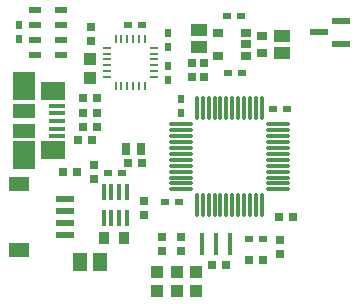
<source format=gtp>
%FSLAX25Y25*%
%MOIN*%
G70*
G01*
G75*
G04 Layer_Color=8421504*
%ADD10C,0.01000*%
%ADD11C,0.00800*%
%ADD12C,0.01200*%
%ADD13C,0.01500*%
%ADD14C,0.03000*%
%ADD15R,0.03150X0.02756*%
%ADD16R,0.02756X0.03150*%
%ADD17R,0.05118X0.05906*%
%ADD18R,0.03937X0.03937*%
%ADD19O,0.01181X0.08268*%
%ADD20O,0.08268X0.01181*%
%ADD21R,0.02362X0.03150*%
%ADD22R,0.05433X0.01772*%
%ADD23R,0.08268X0.05906*%
%ADD24R,0.07480X0.04626*%
%ADD25R,0.07480X0.09350*%
%ADD26R,0.03150X0.02362*%
%ADD27R,0.06102X0.02362*%
%ADD28R,0.07087X0.04724*%
%ADD29R,0.03543X0.03150*%
%ADD30R,0.05512X0.04331*%
%ADD31R,0.03543X0.02559*%
%ADD32R,0.05906X0.02362*%
%ADD33R,0.03543X0.03937*%
%ADD34R,0.01772X0.05512*%
%ADD35R,0.01772X0.05512*%
%ADD36R,0.01772X0.05512*%
%ADD37R,0.02800X0.01375*%
%ADD38R,0.01375X0.02800*%
%ADD39R,0.03150X0.04000*%
%ADD40R,0.01575X0.07677*%
%ADD41R,0.04331X0.02362*%
%ADD42C,0.02000*%
%ADD43C,0.07400*%
G04:AMPARAMS|DCode=44|XSize=74mil|YSize=74mil|CornerRadius=18.5mil|HoleSize=0mil|Usage=FLASHONLY|Rotation=90.000|XOffset=0mil|YOffset=0mil|HoleType=Round|Shape=RoundedRectangle|*
%AMROUNDEDRECTD44*
21,1,0.07400,0.03700,0,0,90.0*
21,1,0.03700,0.07400,0,0,90.0*
1,1,0.03700,0.01850,0.01850*
1,1,0.03700,0.01850,-0.01850*
1,1,0.03700,-0.01850,-0.01850*
1,1,0.03700,-0.01850,0.01850*
%
%ADD44ROUNDEDRECTD44*%
%ADD45C,0.11417*%
G04:AMPARAMS|DCode=46|XSize=74mil|YSize=74mil|CornerRadius=18.5mil|HoleSize=0mil|Usage=FLASHONLY|Rotation=0.000|XOffset=0mil|YOffset=0mil|HoleType=Round|Shape=RoundedRectangle|*
%AMROUNDEDRECTD46*
21,1,0.07400,0.03700,0,0,0.0*
21,1,0.03700,0.07400,0,0,0.0*
1,1,0.03700,0.01850,-0.01850*
1,1,0.03700,-0.01850,-0.01850*
1,1,0.03700,-0.01850,0.01850*
1,1,0.03700,0.01850,0.01850*
%
%ADD46ROUNDEDRECTD46*%
%ADD47C,0.02800*%
%ADD48C,0.03100*%
%ADD49R,0.02362X0.06102*%
%ADD50R,0.04724X0.07087*%
%ADD51C,0.00984*%
%ADD52C,0.02362*%
%ADD53C,0.00787*%
%ADD54C,0.00591*%
%ADD55C,0.00500*%
%ADD56C,0.00394*%
%ADD57R,0.02564X0.01139*%
%ADD58R,0.01139X0.02564*%
D15*
X95862Y67500D02*
D03*
X91138D02*
D03*
X19138Y82500D02*
D03*
X23862D02*
D03*
X73362Y51500D02*
D03*
X68638D02*
D03*
X85862Y53000D02*
D03*
X81138D02*
D03*
X40638Y85500D02*
D03*
X45362D02*
D03*
X30362Y107000D02*
D03*
X25638D02*
D03*
Y97500D02*
D03*
X30362D02*
D03*
X25638Y102000D02*
D03*
X30362D02*
D03*
X24138Y93000D02*
D03*
X28862D02*
D03*
D16*
X91500Y55138D02*
D03*
Y59862D02*
D03*
X29500Y80138D02*
D03*
Y84862D02*
D03*
X66000Y118862D02*
D03*
Y114138D02*
D03*
X62000Y118862D02*
D03*
Y114138D02*
D03*
X28500Y126138D02*
D03*
Y130862D02*
D03*
X46000Y72862D02*
D03*
Y68138D02*
D03*
X52000Y56138D02*
D03*
Y60862D02*
D03*
X58500Y56138D02*
D03*
Y60862D02*
D03*
D17*
X24654Y52500D02*
D03*
X31346D02*
D03*
D18*
X63500Y42850D02*
D03*
Y49150D02*
D03*
X28000Y120150D02*
D03*
Y113850D02*
D03*
X50500Y49150D02*
D03*
Y42850D02*
D03*
X57000Y49150D02*
D03*
Y42850D02*
D03*
D19*
X63673Y71358D02*
D03*
X65642D02*
D03*
X67610D02*
D03*
X69579D02*
D03*
X71547D02*
D03*
X73516D02*
D03*
X75484D02*
D03*
X77453D02*
D03*
X79421D02*
D03*
X81390D02*
D03*
X83358D02*
D03*
X85327D02*
D03*
Y103642D02*
D03*
X83358D02*
D03*
X81390D02*
D03*
X79421D02*
D03*
X77453D02*
D03*
X75484D02*
D03*
X73516D02*
D03*
X71547D02*
D03*
X69579D02*
D03*
X67610D02*
D03*
X65642D02*
D03*
X63673D02*
D03*
D20*
X90642Y76673D02*
D03*
Y78642D02*
D03*
Y80610D02*
D03*
Y82579D02*
D03*
Y84547D02*
D03*
Y86516D02*
D03*
Y88484D02*
D03*
Y90453D02*
D03*
Y92421D02*
D03*
Y94390D02*
D03*
Y96358D02*
D03*
Y98327D02*
D03*
X58358D02*
D03*
Y96358D02*
D03*
Y94390D02*
D03*
Y92421D02*
D03*
Y90453D02*
D03*
Y88484D02*
D03*
Y86516D02*
D03*
Y84547D02*
D03*
Y82579D02*
D03*
Y80610D02*
D03*
Y78642D02*
D03*
Y76673D02*
D03*
D21*
X58500Y106862D02*
D03*
Y102138D02*
D03*
X54000Y128862D02*
D03*
Y124138D02*
D03*
Y113138D02*
D03*
Y117862D02*
D03*
X4500Y126638D02*
D03*
Y131362D02*
D03*
D22*
X17147Y96941D02*
D03*
Y102059D02*
D03*
Y99500D02*
D03*
Y94382D02*
D03*
Y104618D02*
D03*
D23*
X15700Y109343D02*
D03*
Y89657D02*
D03*
D24*
X6124Y102797D02*
D03*
Y96203D02*
D03*
D25*
Y110967D02*
D03*
Y88033D02*
D03*
D26*
X53138Y72500D02*
D03*
X57862D02*
D03*
X93862Y103500D02*
D03*
X89138D02*
D03*
X45362Y131500D02*
D03*
X40638D02*
D03*
X34138Y82000D02*
D03*
X38862D02*
D03*
X85862Y60000D02*
D03*
X81138D02*
D03*
X78862Y115500D02*
D03*
X74138D02*
D03*
X78362Y134500D02*
D03*
X73638D02*
D03*
D27*
X19610Y65532D02*
D03*
Y73406D02*
D03*
Y69469D02*
D03*
Y61594D02*
D03*
D28*
X4453Y78524D02*
D03*
Y56476D02*
D03*
D29*
X85500Y122244D02*
D03*
Y127756D02*
D03*
D30*
X92000Y122047D02*
D03*
Y127953D02*
D03*
X64500Y124047D02*
D03*
Y129953D02*
D03*
D31*
X70776Y121260D02*
D03*
Y128740D02*
D03*
X80224D02*
D03*
Y125000D02*
D03*
Y121260D02*
D03*
D32*
X104260Y129000D02*
D03*
X111740Y132740D02*
D03*
Y125260D02*
D03*
D33*
X32654Y60500D02*
D03*
X39346D02*
D03*
D34*
X40339Y75831D02*
D03*
D35*
X37780D02*
D03*
X35221D02*
D03*
X32661Y75831D02*
D03*
D36*
X40339Y67169D02*
D03*
X37780D02*
D03*
X35220D02*
D03*
X32661D02*
D03*
D39*
X40000Y90000D02*
D03*
X45000D02*
D03*
D40*
X74724Y58500D02*
D03*
X65276D02*
D03*
X70000D02*
D03*
D41*
X18331Y136382D02*
D03*
Y126539D02*
D03*
Y121618D02*
D03*
X9669Y126539D02*
D03*
Y131461D02*
D03*
Y136382D02*
D03*
Y121618D02*
D03*
X18331Y131461D02*
D03*
D57*
X49276Y114079D02*
D03*
Y116047D02*
D03*
Y118016D02*
D03*
Y119984D02*
D03*
Y121953D02*
D03*
Y123921D02*
D03*
X33724D02*
D03*
Y121953D02*
D03*
Y119984D02*
D03*
Y118016D02*
D03*
Y116047D02*
D03*
Y114079D02*
D03*
D58*
X46421Y126776D02*
D03*
X44453D02*
D03*
X42484D02*
D03*
X40516D02*
D03*
X38547D02*
D03*
X36579D02*
D03*
Y111224D02*
D03*
X38547D02*
D03*
X40516D02*
D03*
X42484D02*
D03*
X44453D02*
D03*
X46421D02*
D03*
M02*

</source>
